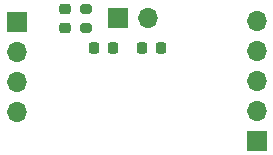
<source format=gbr>
%TF.GenerationSoftware,KiCad,Pcbnew,7.99.0-957-g18dd623122*%
%TF.CreationDate,2023-08-18T16:16:10-04:00*%
%TF.ProjectId,bmi088,626d6930-3838-42e6-9b69-6361645f7063,V1.0*%
%TF.SameCoordinates,Original*%
%TF.FileFunction,Soldermask,Bot*%
%TF.FilePolarity,Negative*%
%FSLAX46Y46*%
G04 Gerber Fmt 4.6, Leading zero omitted, Abs format (unit mm)*
G04 Created by KiCad (PCBNEW 7.99.0-957-g18dd623122) date 2023-08-18 16:16:10*
%MOMM*%
%LPD*%
G01*
G04 APERTURE LIST*
G04 Aperture macros list*
%AMRoundRect*
0 Rectangle with rounded corners*
0 $1 Rounding radius*
0 $2 $3 $4 $5 $6 $7 $8 $9 X,Y pos of 4 corners*
0 Add a 4 corners polygon primitive as box body*
4,1,4,$2,$3,$4,$5,$6,$7,$8,$9,$2,$3,0*
0 Add four circle primitives for the rounded corners*
1,1,$1+$1,$2,$3*
1,1,$1+$1,$4,$5*
1,1,$1+$1,$6,$7*
1,1,$1+$1,$8,$9*
0 Add four rect primitives between the rounded corners*
20,1,$1+$1,$2,$3,$4,$5,0*
20,1,$1+$1,$4,$5,$6,$7,0*
20,1,$1+$1,$6,$7,$8,$9,0*
20,1,$1+$1,$8,$9,$2,$3,0*%
G04 Aperture macros list end*
%ADD10R,1.700000X1.700000*%
%ADD11O,1.700000X1.700000*%
%ADD12RoundRect,0.218750X-0.256250X0.218750X-0.256250X-0.218750X0.256250X-0.218750X0.256250X0.218750X0*%
%ADD13RoundRect,0.200000X-0.275000X0.200000X-0.275000X-0.200000X0.275000X-0.200000X0.275000X0.200000X0*%
%ADD14RoundRect,0.225000X-0.225000X-0.250000X0.225000X-0.250000X0.225000X0.250000X-0.225000X0.250000X0*%
G04 APERTURE END LIST*
D10*
%TO.C,J3*%
X145976500Y-98044000D03*
D11*
X148516500Y-98044000D03*
%TD*%
D10*
%TO.C,J1*%
X137345500Y-98340000D03*
D11*
X137345500Y-100880000D03*
X137345500Y-103420000D03*
X137345500Y-105960000D03*
%TD*%
D10*
%TO.C,J2*%
X157665500Y-108458000D03*
D11*
X157665500Y-105918000D03*
X157665500Y-103378001D03*
X157665500Y-100838000D03*
X157665500Y-98298000D03*
%TD*%
D12*
%TO.C,D1*%
X141478000Y-98831501D03*
X141478000Y-97256499D03*
%TD*%
D13*
%TO.C,R1*%
X143256000Y-98869000D03*
X143256000Y-97219000D03*
%TD*%
D14*
%TO.C,C1*%
X143936500Y-100584000D03*
X145486500Y-100584000D03*
%TD*%
%TO.C,C2*%
X148000500Y-100584000D03*
X149550500Y-100584000D03*
%TD*%
M02*

</source>
